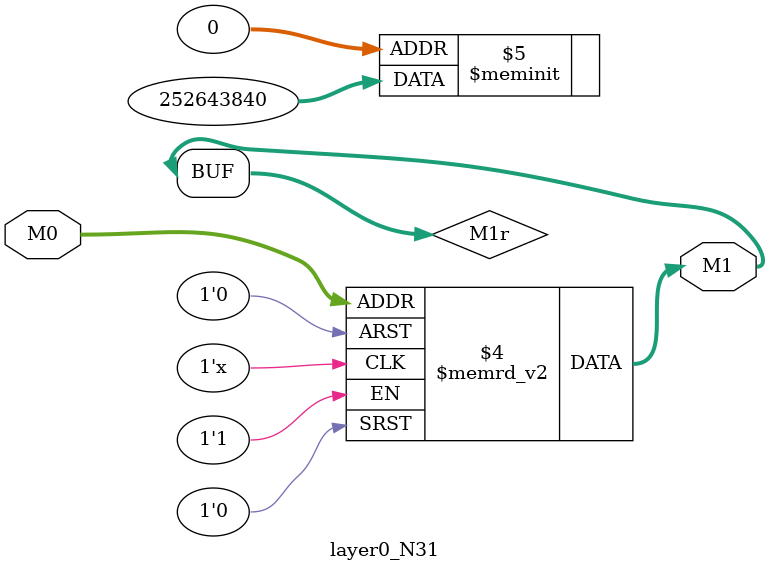
<source format=v>
module layer0_N31 ( input [3:0] M0, output [1:0] M1 );

	(*rom_style = "distributed" *) reg [1:0] M1r;
	assign M1 = M1r;
	always @ (M0) begin
		case (M0)
			4'b0000: M1r = 2'b00;
			4'b1000: M1r = 2'b11;
			4'b0100: M1r = 2'b10;
			4'b1100: M1r = 2'b11;
			4'b0010: M1r = 2'b00;
			4'b1010: M1r = 2'b00;
			4'b0110: M1r = 2'b00;
			4'b1110: M1r = 2'b00;
			4'b0001: M1r = 2'b00;
			4'b1001: M1r = 2'b11;
			4'b0101: M1r = 2'b10;
			4'b1101: M1r = 2'b11;
			4'b0011: M1r = 2'b00;
			4'b1011: M1r = 2'b00;
			4'b0111: M1r = 2'b00;
			4'b1111: M1r = 2'b00;

		endcase
	end
endmodule

</source>
